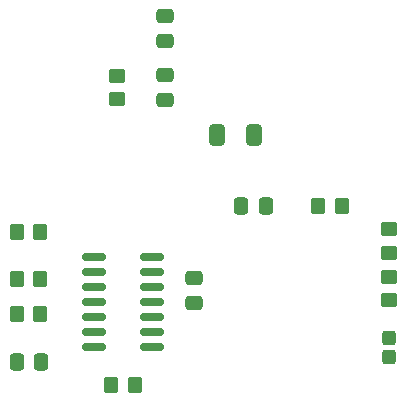
<source format=gbr>
%TF.GenerationSoftware,KiCad,Pcbnew,9.0.1*%
%TF.CreationDate,2025-04-27T19:27:19+01:00*%
%TF.ProjectId,PCB_IndicadorBateriaBaja,5043425f-496e-4646-9963-61646f724261,1*%
%TF.SameCoordinates,Original*%
%TF.FileFunction,Paste,Top*%
%TF.FilePolarity,Positive*%
%FSLAX46Y46*%
G04 Gerber Fmt 4.6, Leading zero omitted, Abs format (unit mm)*
G04 Created by KiCad (PCBNEW 9.0.1) date 2025-04-27 19:27:19*
%MOMM*%
%LPD*%
G01*
G04 APERTURE LIST*
G04 Aperture macros list*
%AMRoundRect*
0 Rectangle with rounded corners*
0 $1 Rounding radius*
0 $2 $3 $4 $5 $6 $7 $8 $9 X,Y pos of 4 corners*
0 Add a 4 corners polygon primitive as box body*
4,1,4,$2,$3,$4,$5,$6,$7,$8,$9,$2,$3,0*
0 Add four circle primitives for the rounded corners*
1,1,$1+$1,$2,$3*
1,1,$1+$1,$4,$5*
1,1,$1+$1,$6,$7*
1,1,$1+$1,$8,$9*
0 Add four rect primitives between the rounded corners*
20,1,$1+$1,$2,$3,$4,$5,0*
20,1,$1+$1,$4,$5,$6,$7,0*
20,1,$1+$1,$6,$7,$8,$9,0*
20,1,$1+$1,$8,$9,$2,$3,0*%
G04 Aperture macros list end*
%ADD10RoundRect,0.150000X-0.825000X-0.150000X0.825000X-0.150000X0.825000X0.150000X-0.825000X0.150000X0*%
%ADD11RoundRect,0.250000X-0.450000X0.350000X-0.450000X-0.350000X0.450000X-0.350000X0.450000X0.350000X0*%
%ADD12RoundRect,0.250000X0.450000X-0.350000X0.450000X0.350000X-0.450000X0.350000X-0.450000X-0.350000X0*%
%ADD13RoundRect,0.250000X0.350000X0.450000X-0.350000X0.450000X-0.350000X-0.450000X0.350000X-0.450000X0*%
%ADD14RoundRect,0.250000X-0.350000X-0.450000X0.350000X-0.450000X0.350000X0.450000X-0.350000X0.450000X0*%
%ADD15RoundRect,0.250000X-0.315000X0.382500X-0.315000X-0.382500X0.315000X-0.382500X0.315000X0.382500X0*%
%ADD16RoundRect,0.250000X-0.337500X-0.475000X0.337500X-0.475000X0.337500X0.475000X-0.337500X0.475000X0*%
%ADD17RoundRect,0.250000X-0.412500X-0.650000X0.412500X-0.650000X0.412500X0.650000X-0.412500X0.650000X0*%
%ADD18RoundRect,0.250000X0.475000X-0.337500X0.475000X0.337500X-0.475000X0.337500X-0.475000X-0.337500X0*%
%ADD19RoundRect,0.250000X0.337500X0.475000X-0.337500X0.475000X-0.337500X-0.475000X0.337500X-0.475000X0*%
%ADD20RoundRect,0.250000X-0.475000X0.337500X-0.475000X-0.337500X0.475000X-0.337500X0.475000X0.337500X0*%
G04 APERTURE END LIST*
D10*
%TO.C,U3*%
X64195000Y-58570000D03*
X64195000Y-59840000D03*
X64195000Y-61110000D03*
X64195000Y-62380000D03*
X64195000Y-63650000D03*
X64195000Y-64920000D03*
X64195000Y-66190000D03*
X69145000Y-66190000D03*
X69145000Y-64920000D03*
X69145000Y-63650000D03*
X69145000Y-62380000D03*
X69145000Y-61110000D03*
X69145000Y-59840000D03*
X69145000Y-58570000D03*
%TD*%
D11*
%TO.C,R8*%
X89195000Y-56190000D03*
X89195000Y-58190000D03*
%TD*%
D12*
%TO.C,R7*%
X89195000Y-62190000D03*
X89195000Y-60190000D03*
%TD*%
D13*
%TO.C,R6*%
X85195000Y-54190000D03*
X83195000Y-54190000D03*
%TD*%
D14*
%TO.C,R5*%
X65670000Y-69380000D03*
X67670000Y-69380000D03*
%TD*%
%TO.C,R4*%
X57670000Y-56380000D03*
X59670000Y-56380000D03*
%TD*%
D13*
%TO.C,R3*%
X59670000Y-63380000D03*
X57670000Y-63380000D03*
%TD*%
D14*
%TO.C,R2*%
X57670000Y-60380000D03*
X59670000Y-60380000D03*
%TD*%
D11*
%TO.C,R1*%
X66195000Y-43190000D03*
X66195000Y-45190000D03*
%TD*%
D15*
%TO.C,C7*%
X89195000Y-65387500D03*
X89195000Y-66992500D03*
%TD*%
D16*
%TO.C,C6*%
X76670000Y-54190000D03*
X78745000Y-54190000D03*
%TD*%
D17*
%TO.C,C5*%
X74632500Y-48190000D03*
X77757500Y-48190000D03*
%TD*%
D18*
%TO.C,C4*%
X70195000Y-45227500D03*
X70195000Y-43152500D03*
%TD*%
%TO.C,C3*%
X72670000Y-62417500D03*
X72670000Y-60342500D03*
%TD*%
D19*
%TO.C,C2*%
X59745000Y-67380000D03*
X57670000Y-67380000D03*
%TD*%
D20*
%TO.C,C1*%
X70195000Y-38152500D03*
X70195000Y-40227500D03*
%TD*%
M02*

</source>
